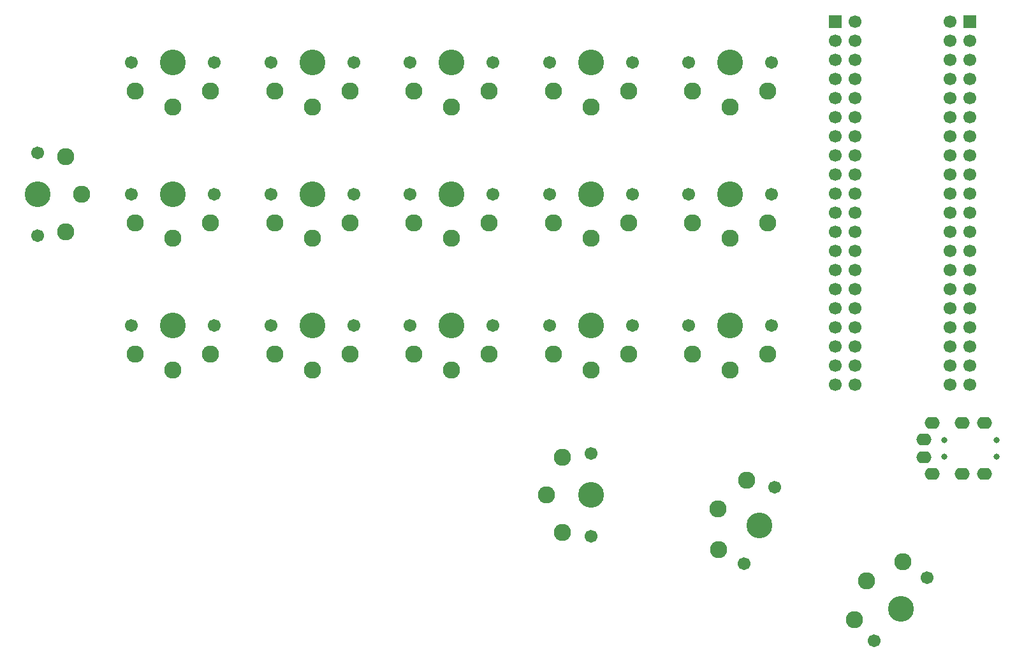
<source format=gbr>
%TF.GenerationSoftware,KiCad,Pcbnew,(6.0.7-1)-1*%
%TF.CreationDate,2022-12-31T13:50:10-08:00*%
%TF.ProjectId,karn-2,6b61726e-2d32-42e6-9b69-6361645f7063,rev?*%
%TF.SameCoordinates,Original*%
%TF.FileFunction,Soldermask,Bot*%
%TF.FilePolarity,Negative*%
%FSLAX46Y46*%
G04 Gerber Fmt 4.6, Leading zero omitted, Abs format (unit mm)*
G04 Created by KiCad (PCBNEW (6.0.7-1)-1) date 2022-12-31 13:50:10*
%MOMM*%
%LPD*%
G01*
G04 APERTURE LIST*
%ADD10R,1.700000X1.700000*%
%ADD11C,1.700000*%
%ADD12O,2.000000X1.600000*%
%ADD13C,0.800000*%
%ADD14C,1.701800*%
%ADD15C,3.429000*%
%ADD16C,2.282000*%
G04 APERTURE END LIST*
D10*
%TO.C,U2*%
X181800000Y-34600000D03*
D11*
X181800000Y-37140000D03*
X181800000Y-39680000D03*
X181800000Y-42220000D03*
X181800000Y-44760000D03*
X181800000Y-47300000D03*
X181800000Y-49840000D03*
X181800000Y-52380000D03*
X181800000Y-54920000D03*
X181800000Y-57460000D03*
X181800000Y-60000000D03*
X181800000Y-62540000D03*
X181800000Y-65080000D03*
X181800000Y-67620000D03*
X181800000Y-70160000D03*
X181800000Y-72700000D03*
X181800000Y-75240000D03*
X181800000Y-77780000D03*
X181800000Y-80320000D03*
X181800000Y-82860000D03*
X166560000Y-82860000D03*
X166560000Y-80320000D03*
X166560000Y-77780000D03*
X166560000Y-75240000D03*
X166560000Y-72700000D03*
X166560000Y-70160000D03*
X166560000Y-67620000D03*
X166560000Y-65080000D03*
X166560000Y-62540000D03*
X166560000Y-60000000D03*
X166560000Y-57460000D03*
X166560000Y-54920000D03*
X166560000Y-52380000D03*
X166560000Y-49840000D03*
X166560000Y-47300000D03*
X166560000Y-44760000D03*
X166560000Y-42220000D03*
X166560000Y-39680000D03*
X166560000Y-37140000D03*
X166560000Y-34600000D03*
%TD*%
D10*
%TO.C,U1*%
X163980000Y-34600000D03*
D11*
X163980000Y-37140000D03*
X163980000Y-39680000D03*
X163980000Y-42220000D03*
X163980000Y-44760000D03*
X163980000Y-47300000D03*
X163980000Y-49840000D03*
X163980000Y-52380000D03*
X163980000Y-54920000D03*
X163980000Y-57460000D03*
X163980000Y-60000000D03*
X163980000Y-62540000D03*
X163980000Y-65080000D03*
X163980000Y-67620000D03*
X163980000Y-70160000D03*
X163980000Y-72700000D03*
X163980000Y-75240000D03*
X163980000Y-77780000D03*
X163980000Y-80320000D03*
X163980000Y-82860000D03*
X179220000Y-82860000D03*
X179220000Y-80320000D03*
X179220000Y-77780000D03*
X179220000Y-75240000D03*
X179220000Y-72700000D03*
X179220000Y-70160000D03*
X179220000Y-67620000D03*
X179220000Y-65080000D03*
X179220000Y-62540000D03*
X179220000Y-60000000D03*
X179220000Y-57460000D03*
X179220000Y-54920000D03*
X179220000Y-52380000D03*
X179220000Y-49840000D03*
X179220000Y-47300000D03*
X179220000Y-44760000D03*
X179220000Y-42220000D03*
X179220000Y-39680000D03*
X179220000Y-37140000D03*
X179220000Y-34600000D03*
%TD*%
D12*
%TO.C,J1*%
X180800000Y-94700000D03*
X183800000Y-94700000D03*
X176800000Y-94700000D03*
X175700000Y-90100000D03*
D13*
X178400000Y-92400000D03*
X185400000Y-92400000D03*
%TD*%
%TO.C,REF\u002A\u002A*%
X178412500Y-90200000D03*
X185412500Y-90200000D03*
D12*
X175712500Y-92500000D03*
X176812500Y-87900000D03*
X180812500Y-87900000D03*
X183812500Y-87900000D03*
%TD*%
D14*
%TO.C,K24*%
X89000000Y-57500000D03*
X100000000Y-57500000D03*
D15*
X94500000Y-57500000D03*
D16*
X94500000Y-63400000D03*
X89500000Y-61300000D03*
X99500000Y-61300000D03*
%TD*%
D14*
%TO.C,K22*%
X126000000Y-57500000D03*
D15*
X131500000Y-57500000D03*
D14*
X137000000Y-57500000D03*
D16*
X131500000Y-63400000D03*
X126500000Y-61300000D03*
X136500000Y-61300000D03*
%TD*%
D14*
%TO.C,K43*%
X131500000Y-103000000D03*
X131500000Y-92000000D03*
D15*
X131500000Y-97500000D03*
D16*
X125600000Y-97500000D03*
X127700000Y-92500000D03*
X127700000Y-102500000D03*
%TD*%
D14*
%TO.C,K12*%
X137000000Y-40000000D03*
X126000000Y-40000000D03*
D15*
X131500000Y-40000000D03*
D16*
X131500000Y-45900000D03*
X126500000Y-43800000D03*
X136500000Y-43800000D03*
%TD*%
D14*
%TO.C,K13*%
X118500000Y-40000000D03*
D15*
X113000000Y-40000000D03*
D14*
X107500000Y-40000000D03*
D16*
X113000000Y-45900000D03*
X108000000Y-43800000D03*
X118000000Y-43800000D03*
%TD*%
D15*
%TO.C,K26*%
X58000256Y-57500000D03*
D14*
X58000256Y-52000000D03*
X58000256Y-63000000D03*
D16*
X63900256Y-57500000D03*
X61800256Y-62500000D03*
X61800256Y-52500000D03*
%TD*%
D15*
%TO.C,K21*%
X150000000Y-57500000D03*
D14*
X144500000Y-57500000D03*
X155500000Y-57500000D03*
D16*
X150000000Y-63400000D03*
X145000000Y-61300000D03*
X155000000Y-61300000D03*
%TD*%
D14*
%TO.C,K34*%
X100000000Y-75000000D03*
X89000000Y-75000000D03*
D15*
X94500000Y-75000000D03*
D16*
X94500000Y-80900000D03*
X89500000Y-78800000D03*
X99500000Y-78800000D03*
%TD*%
D14*
%TO.C,K31*%
X144500000Y-75000000D03*
D15*
X150000000Y-75000000D03*
D14*
X155500000Y-75000000D03*
D16*
X150000000Y-80900000D03*
X145000000Y-78800000D03*
X155000000Y-78800000D03*
%TD*%
D15*
%TO.C,K25*%
X76000000Y-57500000D03*
D14*
X81500000Y-57500000D03*
X70500000Y-57500000D03*
D16*
X76000000Y-63400000D03*
X71000000Y-61300000D03*
X81000000Y-61300000D03*
%TD*%
D14*
%TO.C,K42*%
X155939347Y-96459638D03*
D15*
X153879011Y-101559149D03*
D14*
X151818675Y-106658660D03*
D16*
X148408626Y-99348970D03*
X152228745Y-95499725D03*
X148482679Y-104771563D03*
%TD*%
D15*
%TO.C,K41*%
X172644734Y-112671401D03*
D14*
X176180066Y-108458157D03*
X169109402Y-116884645D03*
D16*
X168125072Y-108878954D03*
X172947703Y-106398586D03*
X166519827Y-114059030D03*
%TD*%
D14*
%TO.C,K23*%
X118500000Y-57500000D03*
D15*
X113000000Y-57500000D03*
D14*
X107500000Y-57500000D03*
D16*
X113000000Y-63400000D03*
X108000000Y-61300000D03*
X118000000Y-61300000D03*
%TD*%
D15*
%TO.C,K14*%
X94500000Y-40000000D03*
D14*
X89000000Y-40000000D03*
X100000000Y-40000000D03*
D16*
X94500000Y-45900000D03*
X89500000Y-43800000D03*
X99500000Y-43800000D03*
%TD*%
D14*
%TO.C,K33*%
X107500000Y-75000000D03*
X118500000Y-75000000D03*
D15*
X113000000Y-75000000D03*
D16*
X113000000Y-80900000D03*
X108000000Y-78800000D03*
X118000000Y-78800000D03*
%TD*%
D15*
%TO.C,K35*%
X76000000Y-75000000D03*
D14*
X81500000Y-75000000D03*
X70500000Y-75000000D03*
D16*
X76000000Y-80900000D03*
X71000000Y-78800000D03*
X81000000Y-78800000D03*
%TD*%
D15*
%TO.C,K32*%
X131500000Y-75000000D03*
D14*
X137000000Y-75000000D03*
X126000000Y-75000000D03*
D16*
X131500000Y-80900000D03*
X126500000Y-78800000D03*
X136500000Y-78800000D03*
%TD*%
D14*
%TO.C,K15*%
X81500000Y-40000000D03*
X70500000Y-40000000D03*
D15*
X76000000Y-40000000D03*
D16*
X76000000Y-45900000D03*
X71000000Y-43800000D03*
X81000000Y-43800000D03*
%TD*%
D15*
%TO.C,K11*%
X150000000Y-40000000D03*
D14*
X144500000Y-40000000D03*
X155500000Y-40000000D03*
D16*
X150000000Y-45900000D03*
X145000000Y-43800000D03*
X155000000Y-43800000D03*
%TD*%
M02*

</source>
